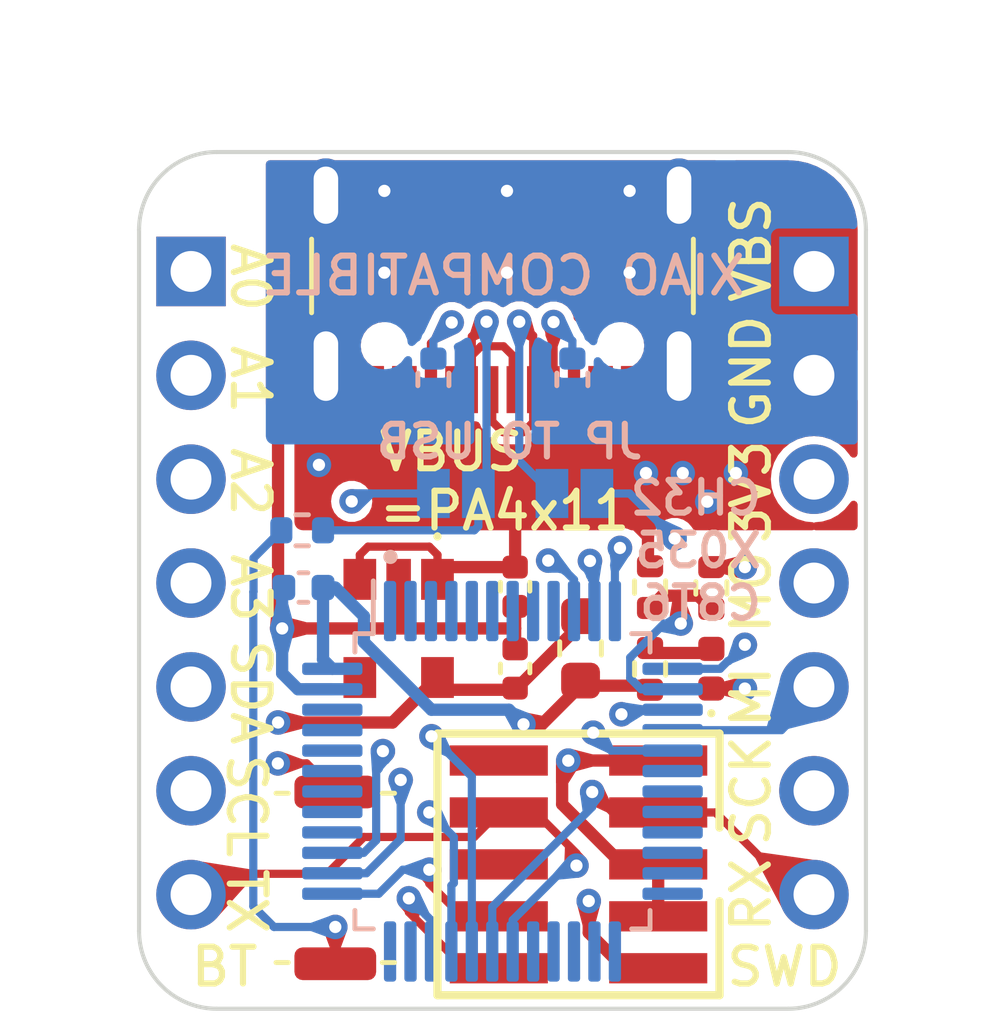
<source format=kicad_pcb>
(kicad_pcb (version 20221018) (generator pcbnew)
  (title_block (title "CH32X035 XIAO-Compatible Board") (date "2024-09-02") (rev "v2.0") (company "@suzan_works"))
  (layers (0 "F.Cu" signal) (1 "In1.Cu" signal) (2 "In2.Cu" signal) (31 "B.Cu" signal) (34 "B.Paste" user) (35 "F.Paste" user) (36 "B.SilkS" user "B.Silkscreen") (37 "F.SilkS" user "F.Silkscreen") (38 "B.Mask" user) (39 "F.Mask" user) (44 "Edge.Cuts" user))
  (net 0 "")
  (net 1 "VBUS")
  (net 2 "GND")
  (net 3 "+3.3VA")
  (net 4 "+3.3V")
  (net 5 "Net-(D1-A)")
  (net 6 "/CC1")
  (net 7 "/UDP")
  (net 8 "/UDM")
  (net 10 "/CC2")
  (net 12 "/PA0")
  (net 13 "/PA1")
  (net 14 "/PA2")
  (net 15 "/PA3")
  (net 16 "/SDA")
  (net 17 "/SCL")
  (net 18 "/TX")
  (net 19 "/MOSI")
  (net 20 "/MISO")
  (net 21 "/SCK")
  (net 22 "/RX")
  (net 23 "/SWDIO")
  (net 24 "/SWCLK")
  (net 27 "Net-(R3-Pad1)")
  (net 28 "/DIVIDE_VOLT")
  (footprint "LED_SMD:LED_0402_1005Metric" (layer "F.Cu") (at 114 91.685 90)
    (fp_text reference "D1" hide)
    (fp_text value "LED")
    (fp_circle (center -1.09 0) (end -1.04 0) (stroke (width 0.1)) (fill none) (layer "F.SilkS"))
    (pad "1" smd roundrect (at -0.485 0 90) (size 0.59 0.64) (layers "F.Cu" "F.Paste" "F.Mask") (net 2 "GND"))
    (pad "2" smd roundrect (at 0.485 0 90) (size 0.59 0.64) (layers "F.Cu" "F.Paste" "F.Mask") (net 5 "Net-(D1-A)"))
  )
  (footprint "Resistor_SMD:R_0402_1005Metric" (layer "F.Cu") (at 112.5 91.69 90)
    (fp_text reference "R4" hide)
    (fp_text value "R_Small")
    (fp_line (start -0.153641 -0.38) (end 0.153641 -0.38) (stroke (width 0.12)) (layer "F.SilkS"))
    (fp_line (start -0.153641 0.38) (end 0.153641 0.38) (stroke (width 0.12)) (layer "F.SilkS"))
    (pad "1" smd roundrect (at -0.51 0 90) (size 0.54 0.64) (layers "F.Cu" "F.Paste" "F.Mask") (net 4 "+3.3V"))
    (pad "2" smd roundrect (at 0.51 0 90) (size 0.54 0.64) (layers "F.Cu" "F.Paste" "F.Mask") (net 5 "Net-(D1-A)"))
  )
  (footprint "Fuse:Fuse_0603_1608Metric" (layer "F.Cu") (at 110.8 91.1875 -90)
    (fp_text reference "F1" hide)
    (fp_text value "Polyfuse_Small")
    (fp_line (start -0.162779 -0.51) (end 0.162779 -0.51) (stroke (width 0.12)) (layer "F.SilkS"))
    (fp_line (start -0.162779 0.51) (end 0.162779 0.51) (stroke (width 0.12)) (layer "F.SilkS"))
    (pad "1" smd roundrect (at -0.7875 0 270) (size 0.875 0.95) (layers "F.Cu" "F.Paste" "F.Mask") (net 3 "+3.3VA"))
    (pad "2" smd roundrect (at 0.7875 0 270) (size 0.875 0.95) (layers "F.Cu" "F.Paste" "F.Mask") (net 4 "+3.3V"))
  )
  (footprint "Connector_USB:USB_C_Receptacle_GCT_USB4105-xx-A_16P_TopMnt_Horizontal" (layer "F.Cu") (at 108.89 81.18 180)
    (fp_text reference "J1" hide)
    (fp_text value "GCT USB4105")
    (fp_line (start -4.67 0) (end -4.67 -1.8) (stroke (width 0.12)) (layer "F.SilkS"))
    (fp_line (start 4.67 0) (end 4.67 -1.8) (stroke (width 0.12)) (layer "F.SilkS"))
    (pad "" np_thru_hole circle (at -2.89 -2.605 180) (size 0.65 0.65) (drill 0.65) (layers "F&B.Cu" "*.Mask"))
    (pad "" np_thru_hole circle (at 2.89 -2.605 180) (size 0.65 0.65) (drill 0.65) (layers "F&B.Cu" "*.Mask"))
    (pad "A1" smd rect (at -3.2 -3.68 180) (size 0.6 1.15) (layers "F.Cu" "F.Paste" "F.Mask") (net 2 "GND"))
    (pad "A4" smd rect (at -2.4 -3.68 180) (size 0.6 1.15) (layers "F.Cu" "F.Paste" "F.Mask") (net 1 "VBUS"))
    (pad "A5" smd rect (at -1.25 -3.68 180) (size 0.3 1.15) (layers "F.Cu" "F.Paste" "F.Mask") (net 6 "/CC1"))
    (pad "A6" smd rect (at -0.25 -3.68 180) (size 0.3 1.15) (layers "F.Cu" "F.Paste" "F.Mask") (net 7 "/UDP"))
    (pad "A7" smd rect (at 0.25 -3.68 180) (size 0.3 1.15) (layers "F.Cu" "F.Paste" "F.Mask") (net 8 "/UDM"))
    (pad "A8" smd rect (at 1.25 -3.68 180) (size 0.3 1.15) (layers "F.Cu" "F.Paste" "F.Mask"))
    (pad "A9" smd rect (at 2.4 -3.68 180) (size 0.6 1.15) (layers "F.Cu" "F.Paste" "F.Mask") (net 1 "VBUS"))
    (pad "A12" smd rect (at 3.2 -3.68 180) (size 0.6 1.15) (layers "F.Cu" "F.Paste" "F.Mask") (net 2 "GND"))
    (pad "B1" smd rect (at 3.2 -3.68 180) (size 0.6 1.15) (layers "F.Cu" "F.Paste" "F.Mask") (net 2 "GND"))
    (pad "B4" smd rect (at 2.4 -3.68 180) (size 0.6 1.15) (layers "F.Cu" "F.Paste" "F.Mask") (net 1 "VBUS"))
    (pad "B5" smd rect (at 1.75 -3.68 180) (size 0.3 1.15) (layers "F.Cu" "F.Paste" "F.Mask") (net 10 "/CC2"))
    (pad "B6" smd rect (at 0.75 -3.68 180) (size 0.3 1.15) (layers "F.Cu" "F.Paste" "F.Mask") (net 7 "/UDP"))
    (pad "B7" smd rect (at -0.75 -3.68 180) (size 0.3 1.15) (layers "F.Cu" "F.Paste" "F.Mask") (net 8 "/UDM"))
    (pad "B8" smd rect (at -1.75 -3.68 180) (size 0.3 1.15) (layers "F.Cu" "F.Paste" "F.Mask"))
    (pad "B9" smd rect (at -2.4 -3.68 180) (size 0.6 1.15) (layers "F.Cu" "F.Paste" "F.Mask") (net 1 "VBUS"))
    (pad "B12" smd rect (at -3.2 -3.68 180) (size 0.6 1.15) (layers "F.Cu" "F.Paste" "F.Mask") (net 2 "GND"))
    (pad "S1" thru_hole oval (at -4.32 -3.105 180) (size 1 2.1) (drill oval 0.6 1.7) (layers "*.Cu" "*.Mask" "F.Paste") (net 2 "GND"))
    (pad "S1" thru_hole oval (at -4.32 1.075 180) (size 1 1.8) (drill oval 0.6 1.4) (layers "*.Cu" "*.Mask" "F.Paste") (net 2 "GND"))
    (pad "S1" thru_hole oval (at 4.32 -3.105 180) (size 1 2.1) (drill oval 0.6 1.7) (layers "*.Cu" "*.Mask" "F.Paste") (net 2 "GND"))
    (pad "S1" thru_hole oval (at 4.32 1.075 180) (size 1 1.8) (drill oval 0.6 1.4) (layers "*.Cu" "*.Mask" "F.Paste") (net 2 "GND"))
  )
  (footprint "Resistor_SMD:R_0402_1005Metric" (layer "F.Cu") (at 114 89.71 90)
    (fp_text reference "R6" hide)
    (fp_text value "R_Small")
    (fp_line (start -0.153641 -0.38) (end 0.153641 -0.38) (stroke (width 0.12)) (layer "F.SilkS"))
    (fp_line (start -0.153641 0.38) (end 0.153641 0.38) (stroke (width 0.12)) (layer "F.SilkS"))
    (pad "1" smd roundrect (at -0.51 0 90) (size 0.54 0.64) (layers "F.Cu" "F.Paste" "F.Mask") (net 28 "/DIVIDE_VOLT"))
    (pad "2" smd roundrect (at 0.51 0 90) (size 0.54 0.64) (layers "F.Cu" "F.Paste" "F.Mask") (net 2 "GND"))
  )
  (footprint "Capacitor_SMD:C_0402_1005Metric" (layer "F.Cu") (at 109.2 91.68 90)
    (fp_text reference "C2" hide)
    (fp_text value "C_Small")
    (fp_line (start -0.107836 -0.36) (end 0.107836 -0.36) (stroke (width 0.12)) (layer "F.SilkS"))
    (fp_line (start -0.107836 0.36) (end 0.107836 0.36) (stroke (width 0.12)) (layer "F.SilkS"))
    (pad "1" smd roundrect (at -0.48 0 90) (size 0.56 0.62) (layers "F.Cu" "F.Paste" "F.Mask") (net 3 "+3.3VA"))
    (pad "2" smd roundrect (at 0.48 0 90) (size 0.56 0.62) (layers "F.Cu" "F.Paste" "F.Mask") (net 2 "GND"))
  )
  (footprint "Connector_PinHeader_1.27mm:PinHeader_2x05_P1.27mm_Vertical_SMD" (layer "F.Cu") (at 110.75 96.47 180)
    (fp_text reference "J4" hide)
    (fp_text value "Conn_02x05_Odd_Even")
    (fp_line (start -3.45 -3.2) (end 3.45 -3.2) (stroke (width 0.2)) (layer "F.SilkS"))
    (fp_line (start -3.45 -0.9) (end -3.45 -3.2) (stroke (width 0.2)) (layer "F.SilkS"))
    (fp_line (start -3.45 0.9) (end -3.45 3.2) (stroke (width 0.2)) (layer "F.SilkS"))
    (fp_line (start -3.45 3.2) (end 3.45 3.2) (stroke (width 0.2)) (layer "F.SilkS"))
    (fp_line (start 3.45 3.2) (end 3.45 -3.2) (stroke (width 0.2)) (layer "F.SilkS"))
    (pad "1" smd rect (at -1.95 -2.54 180) (size 2.4 0.74) (layers "F.Cu" "F.Paste" "F.Mask") (net 3 "+3.3VA"))
    (pad "2" smd rect (at 1.95 -2.54 180) (size 2.4 0.74) (layers "F.Cu" "F.Paste" "F.Mask") (net 23 "/SWDIO"))
    (pad "3" smd rect (at -1.95 -1.27 180) (size 2.4 0.74) (layers "F.Cu" "F.Paste" "F.Mask") (net 2 "GND"))
    (pad "4" smd rect (at 1.95 -1.27 180) (size 2.4 0.74) (layers "F.Cu" "F.Paste" "F.Mask") (net 24 "/SWCLK"))
    (pad "5" smd rect (at -1.95 0 180) (size 2.4 0.74) (layers "F.Cu" "F.Paste" "F.Mask") (net 2 "GND"))
    (pad "6" smd rect (at 1.95 0 180) (size 2.4 0.74) (layers "F.Cu" "F.Paste" "F.Mask"))
    (pad "7" smd rect (at -1.95 1.27 180) (size 2.4 0.74) (layers "F.Cu" "F.Paste" "F.Mask") (net 22 "/RX"))
    (pad "8" smd rect (at 1.95 1.27 180) (size 2.4 0.74) (layers "F.Cu" "F.Paste" "F.Mask") (net 18 "/TX"))
    (pad "9" smd rect (at -1.95 2.54 180) (size 2.4 0.74) (layers "F.Cu" "F.Paste" "F.Mask") (net 2 "GND"))
    (pad "10" smd rect (at 1.95 2.54 180) (size 2.4 0.74) (layers "F.Cu" "F.Paste" "F.Mask"))
  )
  (footprint "Button_Switch_SMD:SW_Push_SPST_NO_Alps_SKRK" (layer "F.Cu") (at 104.8 96.8 90)
    (fp_text reference "SW1" hide)
    (fp_text value "SW_Push")
    (fp_line (start -2.07 -1.15) (end -2.07 -1.45) (stroke (width 0.12)) (layer "F.SilkS"))
    (fp_line (start -2.07 1.45) (end -2.07 1.15) (stroke (width 0.12)) (layer "F.SilkS"))
    (fp_line (start 2.07 -1.45) (end 2.07 -1.15) (stroke (width 0.12)) (layer "F.SilkS"))
    (fp_line (start 2.07 1.15) (end 2.07 1.45) (stroke (width 0.12)) (layer "F.SilkS"))
    (pad "1" smd roundrect (at -2.1 0 90) (size 0.8 2) (layers "F.Cu" "F.Paste" "F.Mask") (net 27 "Net-(R3-Pad1)"))
    (pad "2" smd roundrect (at 2.1 0 90) (size 0.8 2) (layers "F.Cu" "F.Paste" "F.Mask") (net 4 "+3.3V"))
  )
  (footprint "Capacitor_SMD:C_0402_1005Metric" (layer "F.Cu") (at 109.2 89.68 -90)
    (fp_text reference "C1" hide)
    (fp_text value "C_Small")
    (fp_line (start -0.107836 -0.36) (end 0.107836 -0.36) (stroke (width 0.12)) (layer "F.SilkS"))
    (fp_line (start -0.107836 0.36) (end 0.107836 0.36) (stroke (width 0.12)) (layer "F.SilkS"))
    (pad "1" smd roundrect (at -0.48 0 270) (size 0.56 0.62) (layers "F.Cu" "F.Paste" "F.Mask") (net 1 "VBUS"))
    (pad "2" smd roundrect (at 0.48 0 270) (size 0.56 0.62) (layers "F.Cu" "F.Paste" "F.Mask") (net 2 "GND"))
  )
  (footprint "Resistor_SMD:R_0402_1005Metric" (layer "F.Cu") (at 112.5 89.69 -90)
    (fp_text reference "R5" hide)
    (fp_text value "R_Small")
    (fp_line (start -0.153641 -0.38) (end 0.153641 -0.38) (stroke (width 0.12)) (layer "F.SilkS"))
    (fp_line (start -0.153641 0.38) (end 0.153641 0.38) (stroke (width 0.12)) (layer "F.SilkS"))
    (pad "1" smd roundrect (at -0.51 0 270) (size 0.54 0.64) (layers "F.Cu" "F.Paste" "F.Mask") (net 1 "VBUS"))
    (pad "2" smd roundrect (at 0.51 0 270) (size 0.54 0.64) (layers "F.Cu" "F.Paste" "F.Mask") (net 28 "/DIVIDE_VOLT"))
  )
  (footprint "0_My_Library:TCR1HF33BLMCT" (layer "F.Cu") (at 106.35 90.7 180)
    (fp_text reference "IC1" hide)
    (fp_text value "TCR1HF33B" hide)
    (fp_line (start -0.95 2.2) (end -0.95 2.2) (stroke (width 0.1)) (layer "F.SilkS"))
    (fp_line (start -0.95 2.3) (end -0.95 2.3) (stroke (width 0.1)) (layer "F.SilkS"))
    (fp_arc (start -0.95 2.2) (mid -0.9 2.25) (end -0.95 2.3) (stroke (width 0.1)) (layer "F.SilkS"))
    (fp_arc (start -0.95 2.3) (mid -1 2.25) (end -0.95 2.2) (stroke (width 0.1)) (layer "F.SilkS"))
    (pad "1" smd rect (at -0.95 1.2 180) (size 0.8 1) (layers "F.Cu" "F.Paste" "F.Mask") (net 1 "VBUS"))
    (pad "2" smd rect (at 0 1.2 180) (size 0.6 1) (layers "F.Cu" "F.Paste" "F.Mask") (net 2 "GND"))
    (pad "3" smd rect (at 0.95 1.2 180) (size 0.8 1) (layers "F.Cu" "F.Paste" "F.Mask") (net 1 "VBUS"))
    (pad "4" smd rect (at 0.95 -1.2 180) (size 0.8 1) (layers "F.Cu" "F.Paste" "F.Mask"))
    (pad "5" smd rect (at -0.95 -1.2 180) (size 0.8 1) (layers "F.Cu" "F.Paste" "F.Mask") (net 3 "+3.3VA"))
  )
  (footprint "Package_QFP:LQFP-48_7x7mm_P0.5mm" (layer "B.Cu") (at 108.89 94.4375 -90)
    (fp_text reference "U3" hide)
    (fp_text value "CH32X035C8T6")
    (fp_line (start -3.61 -3.61) (end -3.61 -3.16) (stroke (width 0.12)) (layer "B.SilkS"))
    (fp_line (start -3.61 3.16) (end -4.9 3.16) (stroke (width 0.12)) (layer "B.SilkS"))
    (fp_line (start -3.61 3.61) (end -3.61 3.16) (stroke (width 0.12)) (layer "B.SilkS"))
    (fp_line (start -3.16 -3.61) (end -3.61 -3.61) (stroke (width 0.12)) (layer "B.SilkS"))
    (fp_line (start -3.16 3.61) (end -3.61 3.61) (stroke (width 0.12)) (layer "B.SilkS"))
    (fp_line (start 3.16 -3.61) (end 3.61 -3.61) (stroke (width 0.12)) (layer "B.SilkS"))
    (fp_line (start 3.16 3.61) (end 3.61 3.61) (stroke (width 0.12)) (layer "B.SilkS"))
    (fp_line (start 3.61 -3.61) (end 3.61 -3.16) (stroke (width 0.12)) (layer "B.SilkS"))
    (fp_line (start 3.61 3.61) (end 3.61 3.16) (stroke (width 0.12)) (layer "B.SilkS"))
    (pad "1" smd roundrect (at -4.1625 2.75 270) (size 1.475 0.3) (layers "B.Cu" "B.Paste" "B.Mask"))
    (pad "2" smd roundrect (at -4.1625 2.25 270) (size 1.475 0.3) (layers "B.Cu" "B.Paste" "B.Mask"))
    (pad "3" smd roundrect (at -4.1625 1.75 270) (size 1.475 0.3) (layers "B.Cu" "B.Paste" "B.Mask"))
    (pad "4" smd roundrect (at -4.1625 1.25 270) (size 1.475 0.3) (layers "B.Cu" "B.Paste" "B.Mask"))
    (pad "5" smd roundrect (at -4.1625 0.75 270) (size 1.475 0.3) (layers "B.Cu" "B.Paste" "B.Mask"))
    (pad "6" smd roundrect (at -4.1625 0.25 270) (size 1.475 0.3) (layers "B.Cu" "B.Paste" "B.Mask"))
    (pad "7" smd roundrect (at -4.1625 -0.25 270) (size 1.475 0.3) (layers "B.Cu" "B.Paste" "B.Mask"))
    (pad "8" smd roundrect (at -4.1625 -0.75 270) (size 1.475 0.3) (layers "B.Cu" "B.Paste" "B.Mask"))
    (pad "9" smd roundrect (at -4.1625 -1.25 270) (size 1.475 0.3) (layers "B.Cu" "B.Paste" "B.Mask"))
    (pad "10" smd roundrect (at -4.1625 -1.75 270) (size 1.475 0.3) (layers "B.Cu" "B.Paste" "B.Mask") (net 12 "/PA0"))
    (pad "11" smd roundrect (at -4.1625 -2.25 270) (size 1.475 0.3) (layers "B.Cu" "B.Paste" "B.Mask") (net 13 "/PA1"))
    (pad "12" smd roundrect (at -4.1625 -2.75 270) (size 1.475 0.3) (layers "B.Cu" "B.Paste" "B.Mask") (net 14 "/PA2"))
    (pad "13" smd roundrect (at -2.75 -4.1625 270) (size 0.3 1.475) (layers "B.Cu" "B.Paste" "B.Mask") (net 15 "/PA3"))
    (pad "14" smd roundrect (at -2.25 -4.1625 270) (size 0.3 1.475) (layers "B.Cu" "B.Paste" "B.Mask") (net 28 "/DIVIDE_VOLT"))
    (pad "15" smd roundrect (at -1.75 -4.1625 270) (size 0.3 1.475) (layers "B.Cu" "B.Paste" "B.Mask") (net 21 "/SCK"))
    (pad "16" smd roundrect (at -1.25 -4.1625 270) (size 0.3 1.475) (layers "B.Cu" "B.Paste" "B.Mask") (net 20 "/MISO"))
    (pad "17" smd roundrect (at -0.75 -4.1625 270) (size 0.3 1.475) (layers "B.Cu" "B.Paste" "B.Mask") (net 19 "/MOSI"))
    (pad "18" smd roundrect (at -0.25 -4.1625 270) (size 0.3 1.475) (layers "B.Cu" "B.Paste" "B.Mask"))
    (pad "19" smd roundrect (at 0.25 -4.1625 270) (size 0.3 1.475) (layers "B.Cu" "B.Paste" "B.Mask"))
    (pad "20" smd roundrect (at 0.75 -4.1625 270) (size 0.3 1.475) (layers "B.Cu" "B.Paste" "B.Mask"))
    (pad "21" smd roundrect (at 1.25 -4.1625 270) (size 0.3 1.475) (layers "B.Cu" "B.Paste" "B.Mask"))
    (pad "22" smd roundrect (at 1.75 -4.1625 270) (size 0.3 1.475) (layers "B.Cu" "B.Paste" "B.Mask"))
    (pad "23" smd roundrect (at 2.25 -4.1625 270) (size 0.3 1.475) (layers "B.Cu" "B.Paste" "B.Mask"))
    (pad "24" smd roundrect (at 2.75 -4.1625 270) (size 0.3 1.475) (layers "B.Cu" "B.Paste" "B.Mask"))
    (pad "25" smd roundrect (at 4.1625 -2.75 270) (size 1.475 0.3) (layers "B.Cu" "B.Paste" "B.Mask"))
    (pad "26" smd roundrect (at 4.1625 -2.25 270) (size 1.475 0.3) (layers "B.Cu" "B.Paste" "B.Mask"))
    (pad "27" smd roundrect (at 4.1625 -1.75 270) (size 1.475 0.3) (layers "B.Cu" "B.Paste" "B.Mask"))
    (pad "28" smd roundrect (at 4.1625 -1.25 270) (size 1.475 0.3) (layers "B.Cu" "B.Paste" "B.Mask"))
    (pad "29" smd roundrect (at 4.1625 -0.75 270) (size 1.475 0.3) (layers "B.Cu" "B.Paste" "B.Mask"))
    (pad "30" smd roundrect (at 4.1625 -0.25 270) (size 1.475 0.3) (layers "B.Cu" "B.Paste" "B.Mask") (net 18 "/TX"))
    (pad "31" smd roundrect (at 4.1625 0.25 270) (size 1.475 0.3) (layers "B.Cu" "B.Paste" "B.Mask") (net 22 "/RX"))
    (pad "32" smd roundrect (at 4.1625 0.75 270) (size 1.475 0.3) (layers "B.Cu" "B.Paste" "B.Mask") (net 17 "/SCL"))
    (pad "33" smd roundrect (at 4.1625 1.25 270) (size 1.475 0.3) (layers "B.Cu" "B.Paste" "B.Mask") (net 16 "/SDA"))
    (pad "34" smd roundrect (at 4.1625 1.75 270) (size 1.475 0.3) (layers "B.Cu" "B.Paste" "B.Mask") (net 23 "/SWDIO"))
    (pad "35" smd roundrect (at 4.1625 2.25 270) (size 1.475 0.3) (layers "B.Cu" "B.Paste" "B.Mask"))
    (pad "36" smd roundrect (at 4.1625 2.75 270) (size 1.475 0.3) (layers "B.Cu" "B.Paste" "B.Mask"))
    (pad "37" smd roundrect (at 2.75 4.1625 270) (size 0.3 1.475) (layers "B.Cu" "B.Paste" "B.Mask") (net 24 "/SWCLK"))
    (pad "38" smd roundrect (at 2.25 4.1625 270) (size 0.3 1.475) (layers "B.Cu" "B.Paste" "B.Mask") (net 6 "/CC1"))
    (pad "39" smd roundrect (at 1.75 4.1625 270) (size 0.3 1.475) (layers "B.Cu" "B.Paste" "B.Mask") (net 10 "/CC2"))
    (pad "40" smd roundrect (at 1.25 4.1625 270) (size 0.3 1.475) (layers "B.Cu" "B.Paste" "B.Mask"))
    (pad "41" smd roundrect (at 0.75 4.1625 270) (size 0.3 1.475) (layers "B.Cu" "B.Paste" "B.Mask"))
    (pad "42" smd roundrect (at 0.25 4.1625 270) (size 0.3 1.475) (layers "B.Cu" "B.Paste" "B.Mask"))
    (pad "43" smd roundrect (at -0.25 4.1625 270) (size 0.3 1.475) (layers "B.Cu" "B.Paste" "B.Mask"))
    (pad "44" smd roundrect (at -0.75 4.1625 270) (size 0.3 1.475) (layers "B.Cu" "B.Paste" "B.Mask"))
    (pad "45" smd roundrect (at -1.25 4.1625 270) (size 0.3 1.475) (layers "B.Cu" "B.Paste" "B.Mask"))
    (pad "46" smd roundrect (at -1.75 4.1625 270) (size 0.3 1.475) (layers "B.Cu" "B.Paste" "B.Mask"))
    (pad "47" smd roundrect (at -2.25 4.1625 270) (size 0.3 1.475) (layers "B.Cu" "B.Paste" "B.Mask") (net 2 "GND"))
    (pad "48" smd roundrect (at -2.75 4.1625 270) (size 0.3 1.475) (layers "B.Cu" "B.Paste" "B.Mask") (net 4 "+3.3V"))
  )
  (footprint "0_My_Library:SolderJumper-2_P1.3mm_Open_Pad0.8x1.2mm" (layer "B.Cu") (at 110.65 87.4)
    (fp_text reference "JP1" hide)
    (fp_text value "SolderJumper_2_Open")
    (pad "1" smd rect (at -0.55 0) (size 0.8 1.2) (layers "B.Cu" "B.Mask") (net 8 "/UDM"))
    (pad "2" smd rect (at 0.55 0) (size 0.8 1.2) (layers "B.Cu" "B.Mask") (net 17 "/SCL"))
  )
  (footprint "Connector_PinHeader_2.54mm:PinHeader_1x07_P2.54mm_Vertical" (layer "B.Cu") (at 116.51 81.97 180)
    (fp_text reference "J3" hide)
    (fp_text value "Conn_01x07")
    (pad "1" thru_hole rect (at 0 0 180) (size 1.7 1.7) (drill 1) (layers "*.Cu" "*.Mask") (net 1 "VBUS"))
    (pad "2" thru_hole oval (at 0 -2.54 180) (size 1.7 1.7) (drill 1) (layers "*.Cu" "*.Mask") (net 2 "GND"))
    (pad "3" thru_hole oval (at 0 -5.08 180) (size 1.7 1.7) (drill 1) (layers "*.Cu" "*.Mask") (net 4 "+3.3V"))
    (pad "4" thru_hole oval (at 0 -7.62 180) (size 1.7 1.7) (drill 1) (layers "*.Cu" "*.Mask") (net 19 "/MOSI"))
    (pad "5" thru_hole oval (at 0 -10.16 180) (size 1.7 1.7) (drill 1) (layers "*.Cu" "*.Mask") (net 20 "/MISO"))
    (pad "6" thru_hole oval (at 0 -12.7 180) (size 1.7 1.7) (drill 1) (layers "*.Cu" "*.Mask") (net 21 "/SCK"))
    (pad "7" thru_hole oval (at 0 -15.24 180) (size 1.7 1.7) (drill 1) (layers "*.Cu" "*.Mask") (net 22 "/RX"))
  )
  (footprint "0_My_Library:SolderJumper-2_P1.3mm_Open_Pad0.8x1.2mm" (layer "B.Cu") (at 107.75 87.4 180)
    (fp_text reference "JP2" hide)
    (fp_text value "SolderJumper_2_Open")
    (pad "1" smd rect (at -0.55 0 180) (size 0.8 1.2) (layers "B.Cu" "B.Mask") (net 7 "/UDP"))
    (pad "2" smd rect (at 0.55 0 180) (size 0.8 1.2) (layers "B.Cu" "B.Mask") (net 16 "/SDA"))
  )
  (footprint "Connector_PinHeader_2.54mm:PinHeader_1x07_P2.54mm_Vertical" (layer "B.Cu") (at 101.27 81.97 180)
    (fp_text reference "J2" hide)
    (fp_text value "Conn_01x07")
    (pad "1" thru_hole rect (at 0 0 180) (size 1.7 1.7) (drill 1) (layers "*.Cu" "*.Mask") (net 12 "/PA0"))
    (pad "2" thru_hole oval (at 0 -2.54 180) (size 1.7 1.7) (drill 1) (layers "*.Cu" "*.Mask") (net 13 "/PA1"))
    (pad "3" thru_hole oval (at 0 -5.08 180) (size 1.7 1.7) (drill 1) (layers "*.Cu" "*.Mask") (net 14 "/PA2"))
    (pad "4" thru_hole oval (at 0 -7.62 180) (size 1.7 1.7) (drill 1) (layers "*.Cu" "*.Mask") (net 15 "/PA3"))
    (pad "5" thru_hole oval (at 0 -10.16 180) (size 1.7 1.7) (drill 1) (layers "*.Cu" "*.Mask") (net 16 "/SDA"))
    (pad "6" thru_hole oval (at 0 -12.7 180) (size 1.7 1.7) (drill 1) (layers "*.Cu" "*.Mask") (net 17 "/SCL"))
    (pad "7" thru_hole oval (at 0 -15.24 180) (size 1.7 1.7) (drill 1) (layers "*.Cu" "*.Mask") (net 18 "/TX"))
  )
  (footprint "Capacitor_SMD:C_0402_1005Metric" (layer "B.Cu") (at 104.02 89.7 180)
    (fp_text reference "C3" hide)
    (fp_text value "0.1uF")
    (fp_line (start -0.107836 -0.36) (end 0.107836 -0.36) (stroke (width 0.12)) (layer "B.SilkS"))
    (fp_line (start -0.107836 0.36) (end 0.107836 0.36) (stroke (width 0.12)) (layer "B.SilkS"))
    (pad "1" smd roundrect (at -0.48 0 180) (size 0.56 0.62) (layers "B.Cu" "B.Paste" "B.Mask") (net 4 "+3.3V"))
    (pad "2" smd roundrect (at 0.48 0 180) (size 0.56 0.62) (layers "B.Cu" "B.Paste" "B.Mask") (net 2 "GND"))
  )
  (footprint "Resistor_SMD:R_0402_1005Metric" (layer "B.Cu") (at 107.2 84.61 -90)
    (fp_text reference "R1" hide)
    (fp_text value "5.1k")
    (fp_line (start -0.153641 -0.38) (end 0.153641 -0.38) (stroke (width 0.12)) (layer "B.SilkS"))
    (fp_line (start -0.153641 0.38) (end 0.153641 0.38) (stroke (width 0.12)) (layer "B.SilkS"))
    (pad "1" smd roundrect (at -0.51 0 270) (size 0.54 0.64) (layers "B.Cu" "B.Paste" "B.Mask") (net 10 "/CC2"))
    (pad "2" smd roundrect (at 0.51 0 270) (size 0.54 0.64) (layers "B.Cu" "B.Paste" "B.Mask") (net 2 "GND"))
  )
  (footprint "Resistor_SMD:R_0402_1005Metric" (layer "B.Cu") (at 103.99 88.3)
    (fp_text reference "R3" hide)
    (fp_text value "4.7k")
    (fp_line (start -0.153641 -0.38) (end 0.153641 -0.38) (stroke (width 0.12)) (layer "B.SilkS"))
    (fp_line (start -0.153641 0.38) (end 0.153641 0.38) (stroke (width 0.12)) (layer "B.SilkS"))
    (pad "1" smd roundrect (at -0.51 0) (size 0.54 0.64) (layers "B.Cu" "B.Paste" "B.Mask") (net 27 "Net-(R3-Pad1)"))
    (pad "2" smd roundrect (at 0.51 0) (size 0.54 0.64) (layers "B.Cu" "B.Paste" "B.Mask") (net 7 "/UDP"))
  )
  (footprint "Resistor_SMD:R_0402_1005Metric" (layer "B.Cu") (at 110.6 84.61 -90)
    (fp_text reference "R2" hide)
    (fp_text value "5.1k")
    (fp_line (start -0.153641 -0.38) (end 0.153641 -0.38) (stroke (width 0.12)) (layer "B.SilkS"))
    (fp_line (start -0.153641 0.38) (end 0.153641 0.38) (stroke (width 0.12)) (layer "B.SilkS"))
    (pad "1" smd roundrect (at -0.51 0 270) (size 0.54 0.64) (layers "B.Cu" "B.Paste" "B.Mask") (net 6 "/CC1"))
    (pad "2" smd roundrect (at 0.51 0 270) (size 0.54 0.64) (layers "B.Cu" "B.Paste" "B.Mask") (net 2 "GND"))
  )
  (gr_circle (center 106.15 88.95) (end 106.25 88.95) (stroke (width 0.15)) (fill solid) (layer "B.SilkS"))
  (gr_arc (start 117.78 98.1) (mid 117.223503 99.443503) (end 115.88 100) (stroke (width 0.1)) (layer "Edge.Cuts"))
  (gr_line (start 101.9 100) (end 115.88 100) (stroke (width 0.1)) (layer "Edge.Cuts"))
  (gr_arc (start 101.9 100) (mid 100.556497 99.443503) (end 100 98.1) (stroke (width 0.1)) (layer "Edge.Cuts"))
  (gr_line (start 100 80.95) (end 100 98.1) (stroke (width 0.1)) (layer "Edge.Cuts"))
  (gr_line (start 115.88 79.05) (end 101.9 79.05) (stroke (width 0.1)) (layer "Edge.Cuts"))
  (gr_arc (start 100 80.95) (mid 100.556497 79.606497) (end 101.9 79.05) (stroke (width 0.1)) (layer "Edge.Cuts"))
  (gr_arc (start 115.88 79.05) (mid 117.223503 79.606497) (end 117.78 80.95) (stroke (width 0.1)) (layer "Edge.Cuts"))
  (gr_line (start 117.78 98.1) (end 117.78 80.95) (stroke (width 0.1)) (layer "Edge.Cuts"))
  (gr_text "XIAO COMPATIBLE" (at 114.9 82.6) (layer "B.SilkS") (effects (font (size 0.9 0.9)) (justify left bottom mirror)))
  (gr_text "JP TO USB" (at 112.4 86.6) (layer "B.SilkS") (effects (font (size 0.8 0.8)) (justify left bottom mirror)))
  (gr_text "CH32\nX035\nC8T6" (at 115.3 90.55) (layer "B.SilkS") (effects (font (size 0.8 0.8)) (justify left bottom mirror)))
  (gr_text "A0" (at 102.2 81.2 270) (layer "F.SilkS") (effects (font (size 0.9 0.9)) (justify left bottom)))
  (gr_text "SDA" (at 102.2 90.9 270) (layer "F.SilkS") (effects (font (size 0.9 0.9)) (justify left bottom)))
  (gr_text "A2" (at 102.2 86.2 270) (layer "F.SilkS") (effects (font (size 0.9 0.9)) (justify left bottom)))
  (gr_text "A1" (at 102.2 83.7 270) (layer "F.SilkS") (effects (font (size 0.9 0.9)) (justify left bottom)))
  (gr_text "SCK" (at 115.5 96.1 90) (layer "F.SilkS") (effects (font (size 0.9 0.9)) (justify left bottom)))
  (gr_text "A3" (at 102.2 88.8 270) (layer "F.SilkS") (effects (font (size 0.9 0.9)) (justify left bottom)))
  (gr_text "SCL" (at 102.1 93.7 270) (layer "F.SilkS") (effects (font (size 0.9 0.9)) (justify left bottom)))
  (gr_text "3V3" (at 115.5 88.7 90) (layer "F.SilkS") (effects (font (size 0.9 0.9)) (justify left bottom)))
  (gr_text "BT" (at 101.2 99.5) (layer "F.SilkS") (effects (font (size 0.9 0.9)) (justify left bottom)))
  (gr_text "RX" (at 115.5 98.2 90) (layer "F.SilkS") (effects (font (size 0.9 0.9)) (justify left bottom)))
  (gr_text "VBUS\n=PA4x11" (at 105.8 88.35) (layer "F.SilkS") (effects (font (size 0.9 0.9)) (justify left bottom)))
  (gr_text "TX" (at 102.1 96.5 270) (layer "F.SilkS") (effects (font (size 0.9 0.9)) (justify left bottom)))
  (gr_text "VBS" (at 115.5 82.8 90) (layer "F.SilkS") (effects (font (size 0.9 0.9)) (justify left bottom)))
  (gr_text "SWD" (at 114.3 99.5) (layer "F.SilkS") (effects (font (size 0.9 0.9)) (justify left bottom)))
  (gr_text "GND" (at 115.5 85.9 90) (layer "F.SilkS") (effects (font (size 0.9 0.9)) (justify left bottom)))
  (gr_text "MO" (at 115.5 90.9 90) (layer "F.SilkS") (effects (font (size 0.9 0.9)) (justify left bottom)))
  (gr_text "MI" (at 115.5 93.2 90) (layer "F.SilkS") (effects (font (size 0.9 0.9)) (justify left bottom)))
  (segment (start 108.734314 86.3) (end 108.159314 85.725) (width 0.2) (layer "F.Cu") (net 1))
  (segment (start 111.14 85.725) (end 110.140685 85.725) (width 0.2) (layer "F.Cu") (net 1))
  (segment (start 106.64 85.725) (end 106.64 84.85) (width 0.3) (layer "F.Cu") (net 1))
  (segment (start 105.6 88.7) (end 107.1 88.7) (width 0.2) (layer "F.Cu") (net 1))
  (segment (start 109.565685 86.3) (end 108.734314 86.3) (width 0.2) (layer "F.Cu") (net 1))
  (segment (start 114.6 83.88) (end 114.6 85.7) (width 0.2) (layer "F.Cu") (net 1))
  (segment (start 112.45 89.13) (end 112.5 89.18) (width 0.3) (layer "F.Cu") (net 1))
  (segment (start 109.2 87.9) (end 111.9 87.9) (width 0.3) (layer "F.Cu") (net 1))
  (segment (start 114.6 85.7) (end 114.575 85.725) (width 0.2) (layer "F.Cu") (net 1))
  (segment (start 105.4 89.5) (end 105.4 88.9) (width 0.2) (layer "F.Cu") (net 1))
  (segment (start 105.4 88.9) (end 105.6 88.7) (width 0.2) (layer "F.Cu") (net 1))
  (segment (start 111.49 85.725) (end 111.44 85.675) (width 0.2) (layer "F.Cu") (net 1))
  (segment (start 116.51 81.97) (end 114.6 83.88) (width 0.2) (layer "F.Cu") (net 1))
  (segment (start 107.1 88.7) (end 107.3 88.9) (width 0.2) (layer "F.Cu") (net 1))
  (segment (start 112.45 88.45) (end 112.45 89.13) (width 0.3) (layer "F.Cu") (net 1))
  (segment (start 107.6 89.2) (end 107.3 89.5) (width 0.3) (layer "F.Cu") (net 1))
  (segment (start 111.14 84.85) (end 111.14 85.725) (width 0.3) (layer "F.Cu") (net 1))
  (segment (start 110.140685 85.725) (end 109.565685 86.3) (width 0.2) (layer "F.Cu") (net 1))
  (segment (start 114.575 85.725) (end 111.49 85.725) (width 0.2) (layer "F.Cu") (net 1))
  (segment (start 111.9 87.9) (end 112.45 88.45) (width 0.3) (layer "F.Cu") (net 1))
  (segment (start 109.2 89.2) (end 107.6 89.2) (width 0.3) (layer "F.Cu") (net 1))
  (segment (start 108.2 87.9) (end 109.2 87.9) (width 0.3) (layer "F.Cu") (net 1))
  (segment (start 111.44 85.675) (end 111.44 84.85) (width 0.3) (layer "F.Cu") (net 1))
  (segment (start 109.2 87.9) (end 109.2 89.2) (width 0.3) (layer "F.Cu") (net 1))
  (segment (start 106.34 86.04) (end 108.2 87.9) (width 0.3) (layer "F.Cu") (net 1))
  (segment (start 108.159314 85.725) (end 106.64 85.725) (width 0.2) (layer "F.Cu") (net 1))
  (segment (start 107.3 88.9) (end 107.3 89.5) (width 0.2) (layer "F.Cu") (net 1))
  (segment (start 106.34 84.85) (end 106.34 86.04) (width 0.3) (layer "F.Cu") (net 1))
  (via (at 114.6 86.9) (size 0.6) (drill 0.3) (layers "F.Cu" "B.Cu") (net 1))
  (via (at 113.3 86.9) (size 0.6) (drill 0.3) (layers "F.Cu" "B.Cu") (net 1))
  (via (at 112.4 86.9) (size 0.6) (drill 0.3) (layers "F.Cu" "B.Cu") (net 1))
  (via (at 104.4 86.7) (size 0.6) (drill 0.3) (layers "F.Cu" "B.Cu") (net 1))
  (via (at 113.9 87.6) (size 0.6) (drill 0.3) (layers "F.Cu" "B.Cu") (net 1))
  (segment (start 112.24 84.85) (end 112.645 84.85) (width 0.2) (layer "F.Cu") (net 2))
  (segment (start 108.895 80.105) (end 109 80) (width 0.2) (layer "F.Cu") (net 2))
  (segment (start 110.499502 93.933206) (end 110.48439 93.948318) (width 0.2) (layer "F.Cu") (net 2))
  (segment (start 112.7 97.74) (end 112.7 96.47) (width 0.3) (layer "F.Cu") (net 2))
  (segment (start 112.7 96.47) (end 111.82 96.47) (width 0.3) (layer "F.Cu") (net 2))
  (segment (start 112.645 84.85) (end 113.21 84.285) (width 0.2) (layer "F.Cu") (net 2))
  (segment (start 109.105 80.105) (end 111.895 80.105) (width 0.2) (layer "F.Cu") (net 2))
  (segment (start 112.105 80.105) (end 113.21 80.105) (width 0.2) (layer "F.Cu") (net 2))
  (segment (start 104.57 84.285) (end 103.4 85.455) (width 0.3) (layer "F.Cu") (net 2))
  (segment (start 114 92.17) (end 114.82 92.17) (width 0.3) (layer "F.Cu") (net 2))
  (segment (start 109.2 90.7) (end 109.2 91.2) (width 0.3) (layer "F.Cu") (net 2))
  (segment (start 111.82 96.47) (end 110.35 95) (width 0.3) (layer "F.Cu") (net 2))
  (segment (start 110.35 94.082708) (end 110.499502 93.933206) (width 0.3) (layer "F.Cu") (net 2))
  (segment (start 111.895 80.105) (end 112 80) (width 0.2) (layer "F.Cu") (net 2))
  (segment (start 114 89.2) (end 114.82 89.2) (width 0.3) (layer "F.Cu") (net 2))
  (segment (start 105.54 84.85) (end 105.135 84.85) (width 0.2) (layer "F.Cu") (net 2))
  (segment (start 112.7 93.93) (end 110.502708 93.93) (width 0.3) (layer "F.Cu") (net 2))
  (segment (start 106.35 90.65) (end 106.4 90.7) (width 0.3) (layer "F.Cu") (net 2))
  (segment (start 105.54 84.85) (end 105.84 84.85) (width 0.2) (layer "F.Cu") (net 2))
  (segment (start 106.35 89.5) (end 106.35 90.65) (width 0.3) (layer "F.Cu") (net 2))
  (segment (start 106.4 90.7) (end 109.2 90.7) (width 0.3) (layer "F.Cu") (net 2))
  (segment (start 103.4 85.455) (end 103.4 90.6) (width 0.3) (layer "F.Cu") (net 2))
  (segment (start 111.94 84.85) (end 112.24 84.85) (width 0.2) (layer "F.Cu") (net 2))
  (segment (start 106 80) (end 106.105 80.105) (width 0.2) (layer "F.Cu") (net 2))
  (segment (start 112 80) (end 112.105 80.105) (width 0.2) (layer "F.Cu") (net 2))
  (segment (start 104.57 80.105) (end 105.895 80.105) (width 0.2) (layer "F.Cu") (net 2))
  (segment (start 103.4 90.6) (end 103.5 90.7) (width 0.3) (layer "F.Cu") (net 2))
  (segment (start 110.35 95) (end 110.35 94.082708) (width 0.3) (layer "F.Cu") (net 2))
  (segment (start 106.105 80.105) (end 108.895 80.105) (width 0.2) (layer "F.Cu") (net 2))
  (segment (start 103.5 90.7) (end 106.4 90.7) (width 0.3) (layer "F.Cu") (net 2))
  (segment (start 113.21 80.105) (end 113.21 84.285) (width 0.2) (layer "F.Cu") (net 2))
  (segment (start 109 80) (end 109.105 80.105) (width 0.2) (layer "F.Cu") (net 2))
  (segment (start 110.502708 93.93) (end 110.499502 93.933206) (width 0.3) (layer "F.Cu") (net 2))
  (segment (start 104.57 84.285) (end 104.57 80.105) (width 0.2) (layer "F.Cu") (net 2))
  (segment (start 109.2 90.16) (end 109.2 90.7) (width 0.3) (layer "F.Cu") (net 2))
  (segment (start 105.895 80.105) (end 106 80) (width 0.2) (layer "F.Cu") (net 2))
  (segment (start 105.135 84.85) (end 104.57 84.285) (width 0.2) (layer "F.Cu") (net 2))
  (via (at 103.5 90.7) (size 0.6) (drill 0.3) (layers "F.Cu" "B.Cu") (net 2))
  (via (at 114.82 89.2) (size 0.6) (drill 0.3) (layers "F.Cu" "B.Cu") (net 2))
  (via (at 114.82 92.17) (size 0.6) (drill 0.3) (layers "F.Cu" "B.Cu") (net 2))
  (via (at 112 80) (size 0.6) (drill 0.3) (layers "F.Cu" "B.Cu") (net 2))
  (via (at 106 80) (size 0.6) (drill 0.3) (layers "F.Cu" "B.Cu") (net 2))
  (via (at 106 82) (size 0.6) (drill 0.3) (layers "F.Cu" "B.Cu") (net 2))
  (via (at 112 82) (size 0.6) (drill 0.3) (layers "F.Cu" "B.Cu") (net 2))
  (via (at 109 80) (size 0.6) (drill 0.3) (layers "F.Cu" "B.Cu") (net 2))
  (via (at 109 82) (size 0.6) (drill 0.3) (layers "F.Cu" "B.Cu") (net 2))
  (via (at 110.499502 93.933206) (size 0.6) (drill 0.3) (layers "F.Cu" "B.Cu") (net 2))
  (segment (start 116.285 84.285) (end 116.51 84.51) (width 0.2) (layer "B.Cu") (net 2))
  (segment (start 107.2 85.12) (end 105.405 85.12) (width 0.2) (layer "B.Cu") (net 2))
  (segment (start 103.5 89.74) (end 103.54 89.7) (width 0.3) (layer "B.Cu") (net 2))
  (segment (start 103.5 90.7) (end 103.5 89.74) (width 0.3) (layer "B.Cu") (net 2))
  (segment (start 112.375 85.12) (end 113.21 84.285) (width 0.2) (layer "B.Cu") (net 2))
  (segment (start 104.7275 92.1875) (end 103.888959 92.1875) (width 0.3) (layer "B.Cu") (net 2))
  (segment (start 105.405 85.12) (end 104.57 84.285) (width 0.2) (layer "B.Cu") (net 2))
  (segment (start 103.5 91.798541) (end 103.5 90.7) (width 0.3) (layer "B.Cu") (net 2))
  (segment (start 110.6 85.12) (end 112.375 85.12) (width 0.2) (layer "B.Cu") (net 2))
  (segment (start 103.888959 92.1875) (end 103.5 91.798541) (width 0.3) (layer "B.Cu") (net 2))
  (segment (start 113.21 84.285) (end 116.285 84.285) (width 0.2) (layer "B.Cu") (net 2))
  (segment (start 106.2 93) (end 103.4 93) (width 0.3) (layer "F.Cu") (net 3))
  (segment (start 109.242965 92.16) (end 110.8 90.602965) (width 0.3) (layer "F.Cu") (net 3))
  (segment (start 111.000515 98.140515) (end 111.87 99.01) (width 0.3) (layer "F.Cu") (net 3))
  (segment (start 107.6 92.2) (end 109.16 92.2) (width 0.3) (layer "F.Cu") (net 3))
  (segment (start 111.87 99.01) (end 112.7 99.01) (width 0.2) (layer "F.Cu") (net 3))
  (segment (start 110.8 90.56) (end 110.8 90.4) (width 0.2) (layer "F.Cu") (net 3))
  (segment (start 111.000515 97.365987) (end 111.000515 98.140515) (width 0.3) (layer "F.Cu") (net 3))
  (segment (start 107.3 91.9) (end 106.2 93) (width 0.3) (layer "F.Cu") (net 3))
  (segment (start 109.16 92.2) (end 109.2 92.16) (width 0.2) (layer "F.Cu") (net 3))
  (segment (start 110.8 90.602965) (end 110.8 90.56) (width 0.3) (layer "F.Cu") (net 3))
  (segment (start 107.3 91.9) (end 107.6 92.2) (width 0.3) (layer "F.Cu") (net 3))
  (segment (start 109.2 92.16) (end 109.242965 92.16) (width 0.3) (layer "F.Cu") (net 3))
  (via (at 103.4 93) (size 0.6) (drill 0.3) (layers "F.Cu" "B.Cu") (net 3))
  (via (at 111.000515 97.365987) (size 0.6) (drill 0.3) (layers "F.Cu" "B.Cu") (net 3))
  (segment (start 111.025 92.2) (end 110.8 91.975) (width 0.2) (layer "F.Cu") (net 4))
  (segment (start 103.394411 94) (end 104.1 94) (width 0.2) (layer "F.Cu") (net 4))
  (segment (start 112.5 92.2) (end 112.4 92.1) (width 0.3) (layer "F.Cu") (net 4))
  (segment (start 111.125 92.1) (end 111.025 92.2) (width 0.3) (layer "F.Cu") (net 4))
  (segment (start 110.8 92.1) (end 110.8 91.975) (width 0.3) (layer "F.Cu") (net 4))
  (segment (start 104.1 94) (end 104.8 94.7) (width 0.2) (layer "F.Cu") (net 4))
  (segment (start 112.4 92.1) (end 111.125 92.1) (width 0.3) (layer "F.Cu") (net 4))
  (segment (start 109.856339 93.043661) (end 109.404161 93.043661) (width 0.3) (layer "F.Cu") (net 4))
  (segment (start 109.856339 93.043661) (end 110.8 92.1) (width 0.3) (layer "F.Cu") (net 4))
  (segment (start 110.615 92.16) (end 110.8 91.975) (width 0.2) (layer "F.Cu") (net 4))
  (via (at 109.404161 93.043661) (size 0.6) (drill 0.3) (layers "F.Cu" "B.Cu") (net 4))
  (via (at 103.394411 94) (size 0.6) (drill 0.3) (layers "F.Cu" "B.Cu") (net 4))
  (segment (start 109.048257 92.687757) (end 107.151507 92.687757) (width 0.3) (layer "B.Cu") (net 4))
  (segment (start 105.5 91.03625) (end 105.5 90.4) (width 0.3) (layer "B.Cu") (net 4))
  (segment (start 104.8 89.7) (end 104.5 89.7) (width 0.3) (layer "B.Cu") (net 4))
  (segment (start 104.5 89.7) (end 104.5 91.46) (width 0.3) (layer "B.Cu") (net 4))
  (segment (start 107.151507 92.687757) (end 105.5 91.03625) (width 0.3) (layer "B.Cu") (net 4))
  (segment (start 109.404161 93.043661) (end 109.048257 92.687757) (width 0.3) (layer "B.Cu") (net 4))
  (segment (start 105.5 90.4) (end 104.8 89.7) (width 0.3) (layer "B.Cu") (net 4))
  (segment (start 104.5 91.46) (end 104.7275 91.6875) (width 0.3) (layer "B.Cu") (net 4))
  (segment (start 113.86 91.3) (end 113.98 91.18) (width 0.3) (layer "F.Cu") (net 5))
  (segment (start 113.98 91.18) (end 114 91.2) (width 0.2) (layer "F.Cu") (net 5))
  (segment (start 112.5 91.18) (end 112.62 91.3) (width 0.3) (layer "F.Cu") (net 5))
  (segment (start 112.62 91.3) (end 113.86 91.3) (width 0.3) (layer "F.Cu") (net 5))
  (segment (start 110.14 83.208643) (end 110.138814 83.207457) (width 0.2) (layer "F.Cu") (net 6))
  (segment (start 110.14 84.85) (end 110.14 83.208643) (width 0.2) (layer "F.Cu") (net 6))
  (via (at 106.3995 94.40505) (size 0.6) (drill 0.3) (layers "F.Cu" "B.Cu") (net 6))
  (via (at 110.138814 83.207457) (size 0.6) (drill 0.3) (layers "F.Cu" "B.Cu") (net 6))
  (segment (start 110.6 83.668643) (end 110.138814 83.207457) (width 0.2) (layer "B.Cu") (net 6))
  (segment (start 106.3995 95.849016) (end 105.561016 96.6875) (width 0.2) (layer "B.Cu") (net 6))
  (segment (start 105.561016 96.6875) (end 104.7275 96.6875) (width 0.2) (layer "B.Cu") (net 6))
  (segment (start 110.6 84.1) (end 110.6 83.668643) (width 0.2) (layer "B.Cu") (net 6))
  (segment (start 106.3995 94.40505) (end 106.3995 95.849016) (width 0.2) (layer "B.Cu") (net 6))
  (segment (start 108.14 83.56) (end 108.14 84.85) (width 0.2) (layer "F.Cu") (net 7))
  (segment (start 108.14 84.025) (end 108.14 84.85) (width 0.2) (layer "F.Cu") (net 7))
  (segment (start 108.915 83.8) (end 108.365 83.8) (width 0.2) (layer "F.Cu") (net 7))
  (segment (start 109.14 84.85) (end 109.14 84.025) (width 0.2) (layer "F.Cu") (net 7))
  (segment (start 108.365 83.8) (end 108.14 84.025) (width 0.2) (layer "F.Cu") (net 7))
  (segment (start 109.14 84.025) (end 108.915 83.8) (width 0.2) (layer "F.Cu") (net 7))
  (segment (start 108.5 83.2) (end 108.14 83.56) (width 0.2) (layer "F.Cu") (net 7))
  (via (at 108.5 83.2) (size 0.6) (drill 0.3) (layers "F.Cu" "B.Cu") (net 7))
  (segment (start 108.2 88.3) (end 108.3 88.2) (width 0.2) (layer "B.Cu") (net 7))
  (segment (start 108.3 88.2) (end 108.3 87.4) (width 0.2) (layer "B.Cu") (net 7))
  (segment (start 108.5 87.2) (end 108.3 87.4) (width 0.2) (layer "B.Cu") (net 7))
  (segment (start 108.5 83.2) (end 108.5 87.2) (width 0.2) (layer "B.Cu") (net 7))
  (segment (start 104.5 88.3) (end 108.2 88.3) (width 0.2) (layer "B.Cu") (net 7))
  (segment (start 108.64 84.85) (end 108.64 85.64) (width 0.2) (layer "F.Cu") (net 8))
  (segment (start 109.4 85.9) (end 109.64 85.66) (width 0.2) (layer "F.Cu") (net 8))
  (segment (start 109.64 85.66) (end 109.64 84.85) (width 0.2) (layer "F.Cu") (net 8))
  (segment (start 108.9 85.9) (end 109.4 85.9) (width 0.2) (layer "F.Cu") (net 8))
  (segment (start 109.3 83.2) (end 109.64 83.54) (width 0.2) (layer "F.Cu") (net 8))
  (segment (start 109.64 83.54) (end 109.64 84.85) (width 0.2) (layer "F.Cu") (net 8))
  (segment (start 108.64 85.64) (end 108.9 85.9) (width 0.2) (layer "F.Cu") (net 8))
  (via (at 109.3 83.2) (size 0.6) (drill 0.3) (layers "F.Cu" "B.Cu") (net 8))
  (segment (start 109.3 83.2) (end 109.3 86.6) (width 0.2) (layer "B.Cu") (net 8))
  (segment (start 109.3 86.6) (end 110.1 87.4) (width 0.2) (layer "B.Cu") (net 8))
  (segment (start 107.14 84.85) (end 107.14 83.725693) (width 0.2) (layer "F.Cu") (net 10))
  (segment (start 107.14 83.725693) (end 107.647457 83.218236) (width 0.2) (layer "F.Cu") (net 10))
  (via (at 107.647457 83.218236) (size 0.6) (drill 0.3) (layers "F.Cu" "B.Cu") (net 10))
  (via (at 105.9645 93.7) (size 0.6) (drill 0.3) (layers "F.Cu" "B.Cu") (net 10))
  (segment (start 107.2 84.1) (end 107.2 83.665693) (width 0.2) (layer "B.Cu") (net 10))
  (segment (start 107.2 83.665693) (end 107.647457 83.218236) (width 0.2) (layer "B.Cu") (net 10))
  (segment (start 105.9645 93.7) (end 105.8 93.8645) (width 0.2) (layer "B.Cu") (net 10))
  (segment (start 105.8 93.8645) (end 105.8 95.88283) (width 0.2) (layer "B.Cu") (net 10))
  (segment (start 105.8 95.88283) (end 105.49533 96.1875) (width 0.2) (layer "B.Cu") (net 10))
  (segment (start 105.49533 96.1875) (end 104.7275 96.1875) (width 0.2) (layer "B.Cu") (net 10))
  (via (at 110.009084 89.040727) (size 0.6) (drill 0.3) (layers "F.Cu" "B.Cu") (net 12))
  (segment (start 110.64 90.275) (end 110.64 89.50717) (width 0.2) (layer "B.Cu") (net 12))
  (segment (start 110.64 89.50717) (end 110.173557 89.040727) (width 0.2) (layer "B.Cu") (net 12))
  (segment (start 110.173557 89.040727) (end 110.009084 89.040727) (width 0.2) (layer "B.Cu") (net 12))
  (via (at 111.029946 89.049294) (size 0.6) (drill 0.3) (layers "F.Cu" "B.Cu") (net 13))
  (segment (start 111.14 90.275) (end 111.14 89.159348) (width 0.2) (layer "B.Cu") (net 13))
  (segment (start 111.14 89.159348) (end 111.029946 89.049294) (width 0.2) (layer "B.Cu") (net 13))
  (via (at 111.763724 88.731845) (size 0.6) (drill 0.3) (layers "F.Cu" "B.Cu") (net 14))
  (segment (start 111.64 90.275) (end 111.64 88.855569) (width 0.2) (layer "B.Cu") (net 14))
  (segment (start 111.64 88.855569) (end 111.763724 88.731845) (width 0.2) (layer "B.Cu") (net 14))
  (via (at 114.8195 91.1) (size 0.6) (drill 0.3) (layers "F.Cu" "B.Cu") (net 15))
  (segment (start 114.8195 91.1) (end 114.4195 91.5) (width 0.2) (layer "B.Cu") (net 15))
  (segment (start 114.4 91.5) (end 114.2125 91.6875) (width 0.2) (layer "B.Cu") (net 15))
  (segment (start 114.4195 91.5) (end 114.4 91.5) (width 0.2) (layer "B.Cu") (net 15))
  (segment (start 114.2125 91.6875) (end 113.0525 91.6875) (width 0.2) (layer "B.Cu") (net 15))
  (via (at 107.1 95.2) (size 0.6) (drill 0.3) (layers "F.Cu" "B.Cu") (net 16))
  (via (at 105.200898 87.593075) (size 0.6) (drill 0.3) (layers "F.Cu" "B.Cu") (net 16))
  (segment (start 107.700947 96.925427) (end 107.700947 95.800947) (width 0.2) (layer "B.Cu") (net 16))
  (segment (start 105.200898 87.593075) (end 105.393973 87.4) (width 0.2) (layer "B.Cu") (net 16))
  (segment (start 107.64 96.986374) (end 107.700947 96.925427) (width 0.2) (layer "B.Cu") (net 16))
  (segment (start 105.393973 87.4) (end 107.2 87.4) (width 0.2) (layer "B.Cu") (net 16))
  (segment (start 107.64 98.6) (end 107.64 96.986374) (width 0.2) (layer "B.Cu") (net 16))
  (segment (start 107.700947 95.800947) (end 107.1 95.2) (width 0.2) (layer "B.Cu") (net 16))
  (via (at 107.152991 93.337107) (size 0.6) (drill 0.3) (layers "F.Cu" "B.Cu") (net 17))
  (via (at 113.1 88.5) (size 0.6) (drill 0.3) (layers "F.Cu" "B.Cu") (net 17))
  (segment (start 112 87.4) (end 113.1 88.5) (width 0.2) (layer "B.Cu") (net 17))
  (segment (start 107.152991 93.337107) (end 108.14 94.324116) (width 0.2) (layer "B.Cu") (net 17))
  (segment (start 108.14 94.324116) (end 108.14 98.6) (width 0.2) (layer "B.Cu") (net 17))
  (segment (start 111.2 87.4) (end 112 87.4) (width 0.2) (layer "B.Cu") (net 17))
  (segment (start 109.7 95.2) (end 108.8 95.2) (width 0.2) (layer "F.Cu") (net 18))
  (segment (start 108.2 95.8) (end 105.5 95.8) (width 0.2) (layer "F.Cu") (net 18))
  (segment (start 110.7 96.5) (end 110.7 96.2) (width 0.2) (layer "F.Cu") (net 18))
  (segment (start 105.5 95.8) (end 104.6 96.7) (width 0.2) (layer "F.Cu") (net 18))
  (segment (start 104.6 96.7) (end 101.78 96.7) (width 0.2) (layer "F.Cu") (net 18))
  (segment (start 101.78 96.7) (end 101.27 97.21) (width 0.2) (layer "F.Cu") (net 18))
  (segment (start 110.7 96.2) (end 109.7 95.2) (width 0.2) (layer "F.Cu") (net 18))
  (segment (start 108.8 95.2) (end 108.2 95.8) (width 0.2) (layer "F.Cu") (net 18))
  (via (at 110.7 96.5) (size 0.6) (drill 0.3) (layers "F.Cu" "B.Cu") (net 18))
  (segment (start 109.14 97.83217) (end 109.14 98.6) (width 0.2) (layer "B.Cu") (net 18))
  (segment (start 110.7 96.5) (end 110.47217 96.5) (width 0.2) (layer "B.Cu") (net 18))
  (segment (start 110.47217 96.5) (end 109.14 97.83217) (width 0.2) (layer "B.Cu") (net 18))
  (via (at 111.108547 93.249732) (size 0.6) (drill 0.3) (layers "F.Cu" "B.Cu") (net 19))
  (segment (start 111.546315 93.6875) (end 111.108547 93.249732) (width 0.2) (layer "B.Cu") (net 19))
  (segment (start 113.0525 93.6875) (end 111.546315 93.6875) (width 0.2) (layer "B.Cu") (net 19))
  (segment (start 115.7125 93.1875) (end 116.51 92.39) (width 0.2) (layer "B.Cu") (net 20))
  (segment (start 116.51 92.39) (end 116.51 92.13) (width 0.2) (layer "B.Cu") (net 20))
  (segment (start 113.0525 93.1875) (end 115.7125 93.1875) (width 0.2) (layer "B.Cu") (net 20))
  (via (at 111.8 92.7995) (size 0.6) (drill 0.3) (layers "F.Cu" "B.Cu") (net 21))
  (segment (start 113.0525 92.6875) (end 111.912 92.6875) (width 0.2) (layer "B.Cu") (net 21))
  (segment (start 111.912 92.6875) (end 111.8 92.7995) (width 0.2) (layer "B.Cu") (net 21))
  (segment (start 116.11 97.21) (end 116.51 97.21) (width 0.2) (layer "F.Cu") (net 22))
  (segment (start 114.1 95.2) (end 116.11 97.21) (width 0.2) (layer "F.Cu") (net 22))
  (segment (start 112.7 95.2) (end 114.1 95.2) (width 0.2) (layer "F.Cu") (net 22))
  (segment (start 111.58439 95.2) (end 112.7 95.2) (width 0.2) (layer "F.Cu") (net 22))
  (segment (start 111.08439 94.7) (end 111.58439 95.2) (width 0.2) (layer "F.Cu") (net 22))
  (via (at 111.08439 94.7) (size 0.6) (drill 0.3) (layers "F.Cu" "B.Cu") (net 22))
  (segment (start 111.08439 95.066583) (end 108.64 97.510973) (width 0.2) (layer "B.Cu") (net 22))
  (segment (start 108.64 97.510973) (end 108.64 98.6) (width 0.2) (layer "B.Cu") (net 22))
  (segment (start 111.08439 94.7) (end 111.08439 95.066583) (width 0.2) (layer "B.Cu") (net 22))
  (segment (start 106.6 97.3) (end 106.6 97.64) (width 0.2) (layer "F.Cu") (net 23))
  (segment (start 106.6 97.64) (end 107.97 99.01) (width 0.2) (layer "F.Cu") (net 23))
  (segment (start 107.97 99.01) (end 108.8 99.01) (width 0.2) (layer "F.Cu") (net 23))
  (via (at 106.6 97.3) (size 0.6) (drill 0.3) (layers "F.Cu" "B.Cu") (net 23))
  (segment (start 106.6 97.3) (end 106.60783 97.3) (width 0.2) (layer "B.Cu") (net 23))
  (segment (start 107.14 97.83217) (end 107.14 98.6) (width 0.2) (layer "B.Cu") (net 23))
  (segment (start 106.60783 97.3) (end 107.14 97.83217) (width 0.2) (layer "B.Cu") (net 23))
  (segment (start 107.9 97.74) (end 108.8 97.74) (width 0.2) (layer "F.Cu") (net 24))
  (segment (start 107.1 96.6) (end 107.1 96.94) (width 0.2) (layer "F.Cu") (net 24))
  (segment (start 107.1 96.94) (end 107.9 97.74) (width 0.2) (layer "F.Cu") (net 24))
  (via (at 107.1 96.6) (size 0.6) (drill 0.3) (layers "F.Cu" "B.Cu") (net 24))
  (segment (start 107.1 96.6) (end 106.451471 96.6) (width 0.2) (layer "B.Cu") (net 24))
  (segment (start 106.451471 96.6) (end 105.863971 97.1875) (width 0.2) (layer "B.Cu") (net 24))
  (segment (start 105.863971 97.1875) (end 104.7275 97.1875) (width 0.2) (layer "B.Cu") (net 24))
  (segment (start 104.8 98) (end 104.8 98.9) (width 0.2) (layer "F.Cu") (net 27))
  (via (at 104.8 98) (size 0.6) (drill 0.3) (layers "F.Cu" "B.Cu") (net 27))
  (segment (start 103.3 98) (end 102.794411 97.494411) (width 0.2) (layer "B.Cu") (net 27))
  (segment (start 102.8 88.98) (end 103.48 88.3) (width 0.2) (layer "B.Cu") (net 27))
  (segment (start 102.794411 89.805589) (end 102.8 89.8) (width 0.2) (layer "B.Cu") (net 27))
  (segment (start 103.48 88.3) (end 103.4 88.3) (width 0.2) (layer "B.Cu") (net 27))
  (segment (start 104.8 98) (end 103.3 98) (width 0.2) (layer "B.Cu") (net 27))
  (segment (start 102.794411 97.494411) (end 102.794411 89.805589) (width 0.2) (layer "B.Cu") (net 27))
  (segment (start 102.8 89.8) (end 102.8 88.98) (width 0.2) (layer "B.Cu") (net 27))
  (segment (start 113.2 89.9) (end 113.2 90.529155) (width 0.3) (layer "F.Cu") (net 28))
  (segment (start 113.68 89.9) (end 114 90.22) (width 0.3) (layer "F.Cu") (net 28))
  (segment (start 112.5 90.2) (end 112.8 89.9) (width 0.3) (layer "F.Cu") (net 28))
  (segment (start 112.8 89.9) (end 113.2 89.9) (width 0.3) (layer "F.Cu") (net 28))
  (segment (start 113.2 90.529155) (end 113.251345 90.5805) (width 0.3) (layer "F.Cu") (net 28))
  (segment (start 113.2 89.9) (end 113.68 89.9) (width 0.3) (layer "F.Cu") (net 28))
  (via (at 113.251345 90.5805) (size 0.6) (drill 0.3) (layers "F.Cu" "B.Cu") (net 28))
  (segment (start 113.251345 90.5805) (end 112.844731 90.5805) (width 0.2) (layer "B.Cu") (net 28))
  (segment (start 112.015 91.91783) (end 112.28467 92.1875) (width 0.2) (layer "B.Cu") (net 28))
  (segment (start 112.28467 92.1875) (end 113.0525 92.1875) (width 0.2) (layer "B.Cu") (net 28))
  (segment (start 112.015 91.410231) (end 112.015 91.91783) (width 0.2) (layer "B.Cu") (net 28))
  (segment (start 112.844731 90.5805) (end 112.015 91.410231) (width 0.2) (layer "B.Cu") (net 28))
  (zone (net 2) (net_name "GND") (layer "F.Cu") (connect_pads yes (clearance 0.2)) (min_thickness 0.2) (fill yes (thermal_gap 0.2) (thermal_bridge_width 0.2) (smoothing fillet) (radius 0.2))
    (polygon (pts (xy 103.1 79.1) (xy 103.1 85.4) (xy 106 85.4) (xy 106 83.2) (xy 111.8 83.2) (xy 111.8 85.4) (xy 114.2 85.4) (xy 114.2 79.1)))
  )
  (zone (net 1) (net_name "VBUS") (layer "F.Cu") (priority 2) (connect_pads yes (clearance 0.2)) (min_thickness 0.2) (fill yes (thermal_gap 0.2) (thermal_bridge_width 0.2) (smoothing fillet) (radius 0.2))
    (polygon (pts (xy 103.8 85.6) (xy 103.8 88.3) (xy 117.8 88.3) (xy 117.8 79.1) (xy 114.5 79.1) (xy 114.5 85.6)))
  )
  (zone (net 2) (net_name "GND") (layer "B.Cu") (priority 1) (connect_pads yes (clearance 0.2)) (min_thickness 0.2) (fill yes (thermal_gap 0.2) (thermal_bridge_width 0.2) (smoothing fillet) (radius 0.2))
    (polygon (pts (xy 103.1 79.1) (xy 103.1 86.2) (xy 117.8 86.2) (xy 117.8 79.1)))
  )
)
</source>
